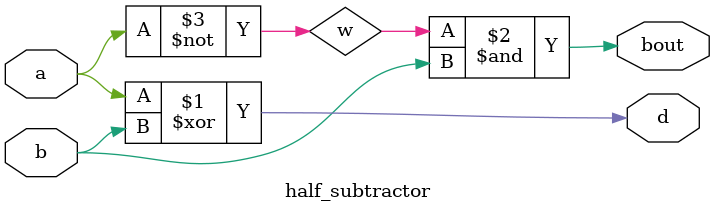
<source format=v>
module ripplenbit_sub #(parameter N = 6) (a,b,d,borrow);
	
	input wire [N-1:0] a, b;
	output wire [N-1:0] d;
	output wire borrow;
	
	wire [N-1:0] w;
	
	//bit 0 đầu tiên của bộ trừ
	full_subtractor fs0 (
				.a(a[0]),
				.b(b[0]),
				.bin(1'b0),
				.d(d[0]),
				.bout(w[0])
	);
	
	genvar i;
	
	generate
		for (i=1;i<N;i=i+1) begin
			full_subtractor fs (
				.a(a[i]),
				.b(b[i]),
				.bin(w[i-1]),
				.d(d[i]),
				.bout(w[i])
			);
		end
	endgenerate
	
	assign borrow = w[N-1];
	
endmodule

//full subtractor 3 bits
module ripple3bit (a,b,d,borrow);
	
	input wire [2:0] a, b;
	output wire [2:0] d;
	output wire borrow;
	wire w[1:0];
	
	full_subtractor fs1 (.a(a[0]),.b(b[0]),.bin(1'b0),.d(d[0]),.bout(w[0]));
	full_subtractor fs2 (.a(a[1]),.b(b[1]),.bin(w[0]),.d(d[1]),.bout(w[1]));
	full_subtractor fs3 (.a(a[2]),.b(b[2]),.bin(w[1]),.d(d[2]),.bout(borrow));
	
endmodule

//full subtractor
module full_subtractor (a,b,bin,d,bout);
	input wire a, b, bin;
	output wire d, bout;

	//wire w1, w2, w3;
	wire [2:0] w;

	half_subtractor hs1 (.a(a), .b(b), .d(w[1]), .bout(w[0]));
	half_subtractor hs2 (.a(w[1]), .b(bin), .d(d), .bout(w[2]));
	
	or (bout,w[0],w[2]);
endmodule

//half subtractor
module half_subtractor (a, b, d, bout);
	input wire a, b;
	output wire d, bout;
	wire w;
	
	xor(d,a,b);
	not(w,a);
	and(bout,w,b);
endmodule
</source>
